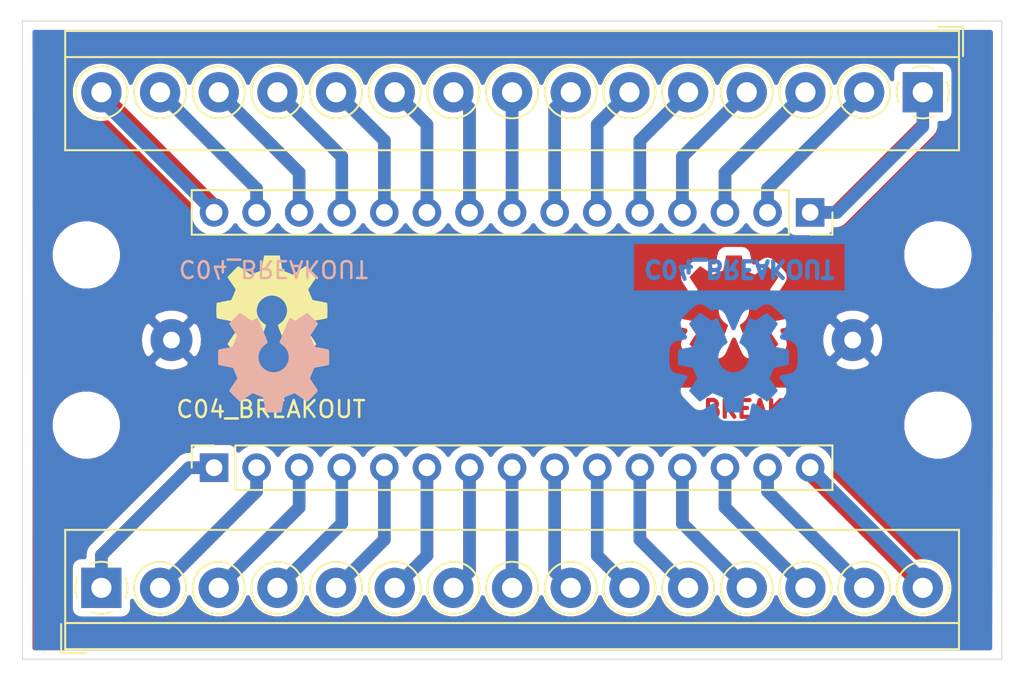
<source format=kicad_pcb>
(kicad_pcb (version 20171130) (host pcbnew 5.1.5-52549c5~86~ubuntu18.04.1)
  (title_block (title "C04 Breakout") (company Galopago))
  (layers (0 F.Cu signal) (31 B.Cu signal) (34 B.Paste user) (35 F.Paste user) (36 B.SilkS user) (37 F.SilkS user) (38 B.Mask user) (39 F.Mask user) (44 Edge.Cuts user))
  (net 0 "")
  (net 1 "Net-(J0-Pad1)")
  (net 2 "Net-(J4-Pad15)")
  (net 3 "Net-(J4-Pad14)")
  (net 4 "Net-(J4-Pad13)")
  (net 5 "Net-(J4-Pad12)")
  (net 6 "Net-(J4-Pad11)")
  (net 7 "Net-(J4-Pad10)")
  (net 8 "Net-(J4-Pad9)")
  (net 9 "Net-(J4-Pad8)")
  (net 10 "Net-(J4-Pad7)")
  (net 11 "Net-(J4-Pad6)")
  (net 12 "Net-(J4-Pad5)")
  (net 13 "Net-(J4-Pad4)")
  (net 14 "Net-(J4-Pad3)")
  (net 15 "Net-(J4-Pad2)")
  (net 16 "Net-(J4-Pad1)")
  (net 17 "Net-(J6-Pad15)")
  (net 18 "Net-(J6-Pad14)")
  (net 19 "Net-(J6-Pad13)")
  (net 20 "Net-(J6-Pad12)")
  (net 21 "Net-(J6-Pad11)")
  (net 22 "Net-(J6-Pad10)")
  (net 23 "Net-(J6-Pad9)")
  (net 24 "Net-(J6-Pad8)")
  (net 25 "Net-(J6-Pad7)")
  (net 26 "Net-(J6-Pad6)")
  (net 27 "Net-(J6-Pad5)")
  (net 28 "Net-(J6-Pad4)")
  (net 29 "Net-(J6-Pad3)")
  (net 30 "Net-(J6-Pad2)")
  (net 31 "Net-(J6-Pad1)")
  (module Symbol:OSHW-Symbol_6.7x6mm_Copper (layer F.Cu) (at 62.4332 36.9824)
    (fp_text reference REF** hide)
    (fp_text value OSHW-Symbol_6.7x6mm_Copper hide)
    (fp_poly (pts (xy 0.555814 -2.531069) (xy 0.639635 -2.086445) (xy 0.94892 -1.958947) (xy 1.258206 -1.831449) (xy 1.629246 -2.083754) (xy 1.733157 -2.154004) (xy 1.827087 -2.216728) (xy 1.906652 -2.269062) (xy 1.96747 -2.308143) (xy 2.005157 -2.331107) (xy 2.015421 -2.336058) (xy 2.03391 -2.323324) (xy 2.07342 -2.288118) (xy 2.129522 -2.234938) (xy 2.197787 -2.168282) (xy 2.273786 -2.092646) (xy 2.353092 -2.012528) (xy 2.431275 -1.932426) (xy 2.503907 -1.856836) (xy 2.566559 -1.790255) (xy 2.614803 -1.737182) (xy 2.64421 -1.702113) (xy 2.651241 -1.690377) (xy 2.641123 -1.66874) (xy 2.612759 -1.621338) (xy 2.569129 -1.552807) (xy 2.513218 -1.467785) (xy 2.448006 -1.370907) (xy 2.410219 -1.31565) (xy 2.341343 -1.214752) (xy 2.28014 -1.123701) (xy 2.229578 -1.04703) (xy 2.192628 -0.989272) (xy 2.172258 -0.954957) (xy 2.169197 -0.947746) (xy 2.176136 -0.927252) (xy 2.195051 -0.879487) (xy 2.223087 -0.811168) (xy 2.257391 -0.729011) (xy 2.295109 -0.63973) (xy 2.333387 -0.550042) (xy 2.36937 -0.466662) (xy 2.400206 -0.396306) (xy 2.423039 -0.34569) (xy 2.435017 -0.321529) (xy 2.435724 -0.320578) (xy 2.454531 -0.315964) (xy 2.504618 -0.305672) (xy 2.580793 -0.290713) (xy 2.677865 -0.272099) (xy 2.790643 -0.250841) (xy 2.856442 -0.238582) (xy 2.97695 -0.215638) (xy 3.085797 -0.193805) (xy 3.177476 -0.174278) (xy 3.246481 -0.158252) (xy 3.287304 -0.146921) (xy 3.295511 -0.143326) (xy 3.303548 -0.118994) (xy 3.310033 -0.064041) (xy 3.31497 0.015108) (xy 3.318364 0.112026) (xy 3.320218 0.220287) (xy 3.320538 0.333465) (xy 3.319327 0.445135) (xy 3.31659 0.548868) (xy 3.312331 0.638241) (xy 3.306555 0.706826) (xy 3.299267 0.748197) (xy 3.294895 0.75681) (xy 3.268764 0.767133) (xy 3.213393 0.781892) (xy 3.136107 0.799352) (xy 3.04423 0.81778) (xy 3.012158 0.823741) (xy 2.857524 0.852066) (xy 2.735375 0.874876) (xy 2.641673 0.89308) (xy 2.572384 0.907583) (xy 2.523471 0.919292) (xy 2.490897 0.929115) (xy 2.470628 0.937956) (xy 2.458626 0.946724) (xy 2.456947 0.948457) (xy 2.440184 0.976371) (xy 2.414614 1.030695) (xy 2.382788 1.104777) (xy 2.34726 1.191965) (xy 2.310583 1.285608) (xy 2.275311 1.379052) (xy 2.243996 1.465647) (xy 2.219193 1.53874) (xy 2.203454 1.591678) (xy 2.199332 1.617811) (xy 2.199676 1.618726) (xy 2.213641 1.640086) (xy 2.245322 1.687084) (xy 2.291391 1.754827) (xy 2.348518 1.838423) (xy 2.413373 1.932982) (xy 2.431843 1.959854) (xy 2.497699 2.057275) (xy 2.55565 2.146163) (xy 2.602538 2.221412) (xy 2.635207 2.27792) (xy 2.6505 2.310581) (xy 2.651241 2.314593) (xy 2.638392 2.335684) (xy 2.602888 2.377464) (xy 2.549293 2.435445) (xy 2.482171 2.505135) (xy 2.406087 2.582045) (xy 2.325604 2.661683) (xy 2.245287 2.739561) (xy 2.169699 2.811186) (xy 2.103405 2.87207) (xy 2.050969 2.917721) (xy 2.016955 2.94365) (xy 2.007545 2.947883) (xy 1.985643 2.937912) (xy 1.9408 2.91102) (xy 1.880321 2.871736) (xy 1.833789 2.840117) (xy 1.749475 2.782098) (xy 1.649626 2.713784) (xy 1.549473 2.645579) (xy 1.495627 2.609075) (xy 1.313371 2.4858) (xy 1.160381 2.56852) (xy 1.090682 2.604759) (xy 1.031414 2.632926) (xy 0.991311 2.648991) (xy 0.981103 2.651226) (xy 0.968829 2.634722) (xy 0.944613 2.588082) (xy 0.910263 2.515609) (xy 0.867588 2.421606) (xy 0.818394 2.310374) (xy 0.76449 2.186215) (xy 0.707684 2.053432) (xy 0.649782 1.916327) (xy 0.592593 1.779202) (xy 0.537924 1.646358) (xy 0.487584 1.522098) (xy 0.44338 1.410725) (xy 0.407119 1.316539) (xy 0.380609 1.243844) (xy 0.365658 1.196941) (xy 0.363254 1.180833) (xy 0.382311 1.160286) (xy 0.424036 1.126933) (xy 0.479706 1.087702) (xy 0.484378 1.084599) (xy 0.628264 0.969423) (xy 0.744283 0.835053) (xy 0.83143 0.685784) (xy 0.888699 0.525913) (xy 0.915086 0.359737) (xy 0.909585 0.191552) (xy 0.87119 0.025655) (xy 0.798895 -0.133658) (xy 0.777626 -0.168513) (xy 0.666996 -0.309263) (xy 0.536302 -0.422286) (xy 0.390064 -0.506997) (xy 0.232808 -0.562806) (xy 0.069057 -0.589126) (xy -0.096667 -0.58537) (xy -0.259838 -0.55095) (xy -0.415935 -0.485277) (xy -0.560433 -0.387765) (xy -0.605131 -0.348187) (xy -0.718888 -0.224297) (xy -0.801782 -0.093876) (xy -0.858644 0.052315) (xy -0.890313 0.197088) (xy -0.898131 0.35986) (xy -0.872062 0.52344) (xy -0.814755 0.682298) (xy -0.728856 0.830906) (xy -0.617014 0.963735) (xy -0.481877 1.075256) (xy -0.464117 1.087011) (xy -0.40785 1.125508) (xy -0.365077 1.158863) (xy -0.344628 1.18016) (xy -0.344331 1.180833) (xy -0.348721 1.203871) (xy -0.366124 1.256157) (xy -0.394732 1.33339) (xy -0.432735 1.431268) (xy -0.478326 1.545491) (xy -0.529697 1.671758) (xy -0.585038 1.805767) (xy -0.642542 1.943218) (xy -0.700399 2.079808) (xy -0.756802 2.211237) (xy -0.809942 2.333205) (xy -0.85801 2.441409) (xy -0.899199 2.531549) (xy -0.931699 2.599323) (xy -0.953703 2.64043) (xy -0.962564 2.651226) (xy -0.98964 2.642819) (xy -1.040303 2.620272) (xy -1.105817 2.587613) (xy -1.141841 2.56852) (xy -1.294832 2.4858) (xy -1.477088 2.609075) (xy -1.570125 2.672228) (xy -1.671985 2.741727) (xy -1.767438 2.807165) (xy -1.81525 2.840117) (xy -1.882495 2.885273) (xy -1.939436 2.921057) (xy -1.978646 2.942938) (xy -1.991381 2.947563) (xy -2.009917 2.935085) (xy -2.050941 2.900252) (xy -2.110475 2.846678) (xy -2.184542 2.777983) (xy -2.269165 2.697781) (xy -2.322685 2.646286) (xy -2.416319 2.554286) (xy -2.497241 2.471999) (xy -2.562177 2.402945) (xy -2.607858 2.350644) (xy -2.631011 2.318616) (xy -2.633232 2.312116) (xy -2.622924 2.287394) (xy -2.594439 2.237405) (xy -2.550937 2.167212) (xy -2.495577 2.081875) (xy -2.43152 1.986456) (xy -2.413303 1.959854) (xy -2.346927 1.863167) (xy -2.287378 1.776117) (xy -2.237984 1.703595) (xy -2.202075 1.650493) (xy -2.182981 1.621703) (xy -2.181136 1.618726) (xy -2.183895 1.595782) (xy -2.198538 1.545336) (xy -2.222513 1.474041) (xy -2.253266 1.388547) (xy -2.288244 1.295507) (xy -2.324893 1.201574) (xy -2.360661 1.113399) (xy -2.392994 1.037634) (xy -2.419338 0.980931) (xy -2.437142 0.949943) (xy -2.438407 0.948457) (xy -2.449294 0.939601) (xy -2.467682 0.930843) (xy -2.497606 0.921277) (xy -2.543103 0.909996) (xy -2.608209 0.896093) (xy -2.696961 0.878663) (xy -2.813393 0.856798) (xy -2.961542 0.829591) (xy -2.993618 0.823741) (xy -3.088686 0.805374) (xy -3.171565 0.787405) (xy -3.23493 0.771569) (xy -3.271458 0.7596) (xy -3.276356 0.75681) (xy -3.284427 0.732072) (xy -3.290987 0.67679) (xy -3.296033 0.597389) (xy -3.299559 0.500296) (xy -3.301561 0.391938) (xy -3.302036 0.27874) (xy -3.300977 0.167128) (xy -3.298382 0.063529) (xy -3.294246 -0.025632) (xy -3.288563 -0.093928) (xy -3.281331 -0.134934) (xy -3.276971 -0.143326) (xy -3.252698 -0.151792) (xy -3.197426 -0.165565) (xy -3.116662 -0.18345) (xy -3.015912 -0.204252) (xy -2.900683 -0.226777) (xy -2.837902 -0.238582) (xy -2.718787 -0.260849) (xy -2.612565 -0.281021) (xy -2.524427 -0.298085) (xy -2.459566 -0.311031) (xy -2.423174 -0.318845) (xy -2.417184 -0.320578) (xy -2.407061 -0.34011) (xy -2.385662 -0.387157) (xy -2.355839 -0.454997) (xy -2.320445 -0.536909) (xy -2.282332 -0.626172) (xy -2.244353 -0.716065) (xy -2.20936 -0.799865) (xy -2.180206 -0.870853) (xy -2.159743 -0.922306) (xy -2.150823 -0.947503) (xy -2.150657 -0.948604) (xy -2.160769 -0.968481) (xy -2.189117 -1.014223) (xy -2.232723 -1.081283) (xy -2.288606 -1.165116) (xy -2.353787 -1.261174) (xy -2.391679 -1.31635) (xy -2.460725 -1.417519) (xy -2.52205 -1.50937) (xy -2.572663 -1.587256) (xy -2.609571 -1.646531) (xy -2.629782 -1.682549) (xy -2.632701 -1.690623) (xy -2.620153 -1.709416) (xy -2.585463 -1.749543) (xy -2.533063 -1.806507) (xy -2.467384 -1.875815) (xy -2.392856 -1.952969) (xy -2.313913 -2.033475) (xy -2.234983 -2.112837) (xy -2.1605 -2.18656) (xy -2.094894 -2.250148) (xy -2.042596 -2.299106) (xy -2.008039 -2.328939) (xy -1.996478 -2.336058) (xy -1.977654 -2.326047) (xy -1.932631 -2.297922) (xy -1.865787 -2.254546) (xy -1.781499 -2.198782) (xy -1.684144 -2.133494) (xy -1.610707 -2.083754) (xy -1.239667 -1.831449) (xy -0.621095 -2.086445) (xy -0.537275 -2.531069) (xy -0.453454 -2.975693) (xy 0.471994 -2.975693) (xy 0.555814 -2.531069)) (layer F.Cu) (width 0.01))
  )
  (module Symbol:OSHW-Symbol_6.7x6mm_Copper (layer B.Cu) (at 62.4078 40.386)
    (fp_text reference REF** hide)
    (fp_text value OSHW-Symbol_6.7x6mm_Copper hide)
    (fp_poly (pts (xy 0.555814 2.531069) (xy 0.639635 2.086445) (xy 0.94892 1.958947) (xy 1.258206 1.831449) (xy 1.629246 2.083754) (xy 1.733157 2.154004) (xy 1.827087 2.216728) (xy 1.906652 2.269062) (xy 1.96747 2.308143) (xy 2.005157 2.331107) (xy 2.015421 2.336058) (xy 2.03391 2.323324) (xy 2.07342 2.288118) (xy 2.129522 2.234938) (xy 2.197787 2.168282) (xy 2.273786 2.092646) (xy 2.353092 2.012528) (xy 2.431275 1.932426) (xy 2.503907 1.856836) (xy 2.566559 1.790255) (xy 2.614803 1.737182) (xy 2.64421 1.702113) (xy 2.651241 1.690377) (xy 2.641123 1.66874) (xy 2.612759 1.621338) (xy 2.569129 1.552807) (xy 2.513218 1.467785) (xy 2.448006 1.370907) (xy 2.410219 1.31565) (xy 2.341343 1.214752) (xy 2.28014 1.123701) (xy 2.229578 1.04703) (xy 2.192628 0.989272) (xy 2.172258 0.954957) (xy 2.169197 0.947746) (xy 2.176136 0.927252) (xy 2.195051 0.879487) (xy 2.223087 0.811168) (xy 2.257391 0.729011) (xy 2.295109 0.63973) (xy 2.333387 0.550042) (xy 2.36937 0.466662) (xy 2.400206 0.396306) (xy 2.423039 0.34569) (xy 2.435017 0.321529) (xy 2.435724 0.320578) (xy 2.454531 0.315964) (xy 2.504618 0.305672) (xy 2.580793 0.290713) (xy 2.677865 0.272099) (xy 2.790643 0.250841) (xy 2.856442 0.238582) (xy 2.97695 0.215638) (xy 3.085797 0.193805) (xy 3.177476 0.174278) (xy 3.246481 0.158252) (xy 3.287304 0.146921) (xy 3.295511 0.143326) (xy 3.303548 0.118994) (xy 3.310033 0.064041) (xy 3.31497 -0.015108) (xy 3.318364 -0.112026) (xy 3.320218 -0.220287) (xy 3.320538 -0.333465) (xy 3.319327 -0.445135) (xy 3.31659 -0.548868) (xy 3.312331 -0.638241) (xy 3.306555 -0.706826) (xy 3.299267 -0.748197) (xy 3.294895 -0.75681) (xy 3.268764 -0.767133) (xy 3.213393 -0.781892) (xy 3.136107 -0.799352) (xy 3.04423 -0.81778) (xy 3.012158 -0.823741) (xy 2.857524 -0.852066) (xy 2.735375 -0.874876) (xy 2.641673 -0.89308) (xy 2.572384 -0.907583) (xy 2.523471 -0.919292) (xy 2.490897 -0.929115) (xy 2.470628 -0.937956) (xy 2.458626 -0.946724) (xy 2.456947 -0.948457) (xy 2.440184 -0.976371) (xy 2.414614 -1.030695) (xy 2.382788 -1.104777) (xy 2.34726 -1.191965) (xy 2.310583 -1.285608) (xy 2.275311 -1.379052) (xy 2.243996 -1.465647) (xy 2.219193 -1.53874) (xy 2.203454 -1.591678) (xy 2.199332 -1.617811) (xy 2.199676 -1.618726) (xy 2.213641 -1.640086) (xy 2.245322 -1.687084) (xy 2.291391 -1.754827) (xy 2.348518 -1.838423) (xy 2.413373 -1.932982) (xy 2.431843 -1.959854) (xy 2.497699 -2.057275) (xy 2.55565 -2.146163) (xy 2.602538 -2.221412) (xy 2.635207 -2.27792) (xy 2.6505 -2.310581) (xy 2.651241 -2.314593) (xy 2.638392 -2.335684) (xy 2.602888 -2.377464) (xy 2.549293 -2.435445) (xy 2.482171 -2.505135) (xy 2.406087 -2.582045) (xy 2.325604 -2.661683) (xy 2.245287 -2.739561) (xy 2.169699 -2.811186) (xy 2.103405 -2.87207) (xy 2.050969 -2.917721) (xy 2.016955 -2.94365) (xy 2.007545 -2.947883) (xy 1.985643 -2.937912) (xy 1.9408 -2.91102) (xy 1.880321 -2.871736) (xy 1.833789 -2.840117) (xy 1.749475 -2.782098) (xy 1.649626 -2.713784) (xy 1.549473 -2.645579) (xy 1.495627 -2.609075) (xy 1.313371 -2.4858) (xy 1.160381 -2.56852) (xy 1.090682 -2.604759) (xy 1.031414 -2.632926) (xy 0.991311 -2.648991) (xy 0.981103 -2.651226) (xy 0.968829 -2.634722) (xy 0.944613 -2.588082) (xy 0.910263 -2.515609) (xy 0.867588 -2.421606) (xy 0.818394 -2.310374) (xy 0.76449 -2.186215) (xy 0.707684 -2.053432) (xy 0.649782 -1.916327) (xy 0.592593 -1.779202) (xy 0.537924 -1.646358) (xy 0.487584 -1.522098) (xy 0.44338 -1.410725) (xy 0.407119 -1.316539) (xy 0.380609 -1.243844) (xy 0.365658 -1.196941) (xy 0.363254 -1.180833) (xy 0.382311 -1.160286) (xy 0.424036 -1.126933) (xy 0.479706 -1.087702) (xy 0.484378 -1.084599) (xy 0.628264 -0.969423) (xy 0.744283 -0.835053) (xy 0.83143 -0.685784) (xy 0.888699 -0.525913) (xy 0.915086 -0.359737) (xy 0.909585 -0.191552) (xy 0.87119 -0.025655) (xy 0.798895 0.133658) (xy 0.777626 0.168513) (xy 0.666996 0.309263) (xy 0.536302 0.422286) (xy 0.390064 0.506997) (xy 0.232808 0.562806) (xy 0.069057 0.589126) (xy -0.096667 0.58537) (xy -0.259838 0.55095) (xy -0.415935 0.485277) (xy -0.560433 0.387765) (xy -0.605131 0.348187) (xy -0.718888 0.224297) (xy -0.801782 0.093876) (xy -0.858644 -0.052315) (xy -0.890313 -0.197088) (xy -0.898131 -0.35986) (xy -0.872062 -0.52344) (xy -0.814755 -0.682298) (xy -0.728856 -0.830906) (xy -0.617014 -0.963735) (xy -0.481877 -1.075256) (xy -0.464117 -1.087011) (xy -0.40785 -1.125508) (xy -0.365077 -1.158863) (xy -0.344628 -1.18016) (xy -0.344331 -1.180833) (xy -0.348721 -1.203871) (xy -0.366124 -1.256157) (xy -0.394732 -1.33339) (xy -0.432735 -1.431268) (xy -0.478326 -1.545491) (xy -0.529697 -1.671758) (xy -0.585038 -1.805767) (xy -0.642542 -1.943218) (xy -0.700399 -2.079808) (xy -0.756802 -2.211237) (xy -0.809942 -2.333205) (xy -0.85801 -2.441409) (xy -0.899199 -2.531549) (xy -0.931699 -2.599323) (xy -0.953703 -2.64043) (xy -0.962564 -2.651226) (xy -0.98964 -2.642819) (xy -1.040303 -2.620272) (xy -1.105817 -2.587613) (xy -1.141841 -2.56852) (xy -1.294832 -2.4858) (xy -1.477088 -2.609075) (xy -1.570125 -2.672228) (xy -1.671985 -2.741727) (xy -1.767438 -2.807165) (xy -1.81525 -2.840117) (xy -1.882495 -2.885273) (xy -1.939436 -2.921057) (xy -1.978646 -2.942938) (xy -1.991381 -2.947563) (xy -2.009917 -2.935085) (xy -2.050941 -2.900252) (xy -2.110475 -2.846678) (xy -2.184542 -2.777983) (xy -2.269165 -2.697781) (xy -2.322685 -2.646286) (xy -2.416319 -2.554286) (xy -2.497241 -2.471999) (xy -2.562177 -2.402945) (xy -2.607858 -2.350644) (xy -2.631011 -2.318616) (xy -2.633232 -2.312116) (xy -2.622924 -2.287394) (xy -2.594439 -2.237405) (xy -2.550937 -2.167212) (xy -2.495577 -2.081875) (xy -2.43152 -1.986456) (xy -2.413303 -1.959854) (xy -2.346927 -1.863167) (xy -2.287378 -1.776117) (xy -2.237984 -1.703595) (xy -2.202075 -1.650493) (xy -2.182981 -1.621703) (xy -2.181136 -1.618726) (xy -2.183895 -1.595782) (xy -2.198538 -1.545336) (xy -2.222513 -1.474041) (xy -2.253266 -1.388547) (xy -2.288244 -1.295507) (xy -2.324893 -1.201574) (xy -2.360661 -1.113399) (xy -2.392994 -1.037634) (xy -2.419338 -0.980931) (xy -2.437142 -0.949943) (xy -2.438407 -0.948457) (xy -2.449294 -0.939601) (xy -2.467682 -0.930843) (xy -2.497606 -0.921277) (xy -2.543103 -0.909996) (xy -2.608209 -0.896093) (xy -2.696961 -0.878663) (xy -2.813393 -0.856798) (xy -2.961542 -0.829591) (xy -2.993618 -0.823741) (xy -3.088686 -0.805374) (xy -3.171565 -0.787405) (xy -3.23493 -0.771569) (xy -3.271458 -0.7596) (xy -3.276356 -0.75681) (xy -3.284427 -0.732072) (xy -3.290987 -0.67679) (xy -3.296033 -0.597389) (xy -3.299559 -0.500296) (xy -3.301561 -0.391938) (xy -3.302036 -0.27874) (xy -3.300977 -0.167128) (xy -3.298382 -0.063529) (xy -3.294246 0.025632) (xy -3.288563 0.093928) (xy -3.281331 0.134934) (xy -3.276971 0.143326) (xy -3.252698 0.151792) (xy -3.197426 0.165565) (xy -3.116662 0.18345) (xy -3.015912 0.204252) (xy -2.900683 0.226777) (xy -2.837902 0.238582) (xy -2.718787 0.260849) (xy -2.612565 0.281021) (xy -2.524427 0.298085) (xy -2.459566 0.311031) (xy -2.423174 0.318845) (xy -2.417184 0.320578) (xy -2.407061 0.34011) (xy -2.385662 0.387157) (xy -2.355839 0.454997) (xy -2.320445 0.536909) (xy -2.282332 0.626172) (xy -2.244353 0.716065) (xy -2.20936 0.799865) (xy -2.180206 0.870853) (xy -2.159743 0.922306) (xy -2.150823 0.947503) (xy -2.150657 0.948604) (xy -2.160769 0.968481) (xy -2.189117 1.014223) (xy -2.232723 1.081283) (xy -2.288606 1.165116) (xy -2.353787 1.261174) (xy -2.391679 1.31635) (xy -2.460725 1.417519) (xy -2.52205 1.50937) (xy -2.572663 1.587256) (xy -2.609571 1.646531) (xy -2.629782 1.682549) (xy -2.632701 1.690623) (xy -2.620153 1.709416) (xy -2.585463 1.749543) (xy -2.533063 1.806507) (xy -2.467384 1.875815) (xy -2.392856 1.952969) (xy -2.313913 2.033475) (xy -2.234983 2.112837) (xy -2.1605 2.18656) (xy -2.094894 2.250148) (xy -2.042596 2.299106) (xy -2.008039 2.328939) (xy -1.996478 2.336058) (xy -1.977654 2.326047) (xy -1.932631 2.297922) (xy -1.865787 2.254546) (xy -1.781499 2.198782) (xy -1.684144 2.133494) (xy -1.610707 2.083754) (xy -1.239667 1.831449) (xy -0.621095 2.086445) (xy -0.537275 2.531069) (xy -0.453454 2.975693) (xy 0.471994 2.975693) (xy 0.555814 2.531069)) (layer B.Cu) (width 0.01))
  )
  (module Symbol:OSHW-Symbol_6.7x6mm_SilkScreen (layer B.Cu) (at 34.9758 40.386)
    (fp_text reference REF** hide)
    (fp_text value OSHW-Symbol_6.7x6mm_SilkScreen hide)
  )
  (module Symbol:OSHW-Symbol_6.7x6mm_SilkScreen (layer F.Cu) (at 34.8742 36.9824)
    (fp_text reference REF** hide)
    (fp_text value OSHW-Symbol_6.7x6mm_SilkScreen hide)
  )
  (module TerminalBlock_4Ucon:TerminalBlock_4Ucon_1x15_P3.50mm_Horizontal (layer F.Cu) (at 24.71 53.843)
    (fp_text reference J7 hide)
    (fp_text value Conn_01x15_Female)
    (pad 15 thru_hole circle (at 49 0) (size 2.4 2.4) (drill 1.2) (layers *.Cu *.Mask) (net 17 "Net-(J6-Pad15)"))
    (pad 14 thru_hole circle (at 45.5 0) (size 2.4 2.4) (drill 1.2) (layers *.Cu *.Mask) (net 18 "Net-(J6-Pad14)"))
    (pad 13 thru_hole circle (at 42 0) (size 2.4 2.4) (drill 1.2) (layers *.Cu *.Mask) (net 19 "Net-(J6-Pad13)"))
    (pad 12 thru_hole circle (at 38.5 0) (size 2.4 2.4) (drill 1.2) (layers *.Cu *.Mask) (net 20 "Net-(J6-Pad12)"))
    (pad 11 thru_hole circle (at 35 0) (size 2.4 2.4) (drill 1.2) (layers *.Cu *.Mask) (net 21 "Net-(J6-Pad11)"))
    (pad 10 thru_hole circle (at 31.5 0) (size 2.4 2.4) (drill 1.2) (layers *.Cu *.Mask) (net 22 "Net-(J6-Pad10)"))
    (pad 9 thru_hole circle (at 28 0) (size 2.4 2.4) (drill 1.2) (layers *.Cu *.Mask) (net 23 "Net-(J6-Pad9)"))
    (pad 8 thru_hole circle (at 24.5 0) (size 2.4 2.4) (drill 1.2) (layers *.Cu *.Mask) (net 24 "Net-(J6-Pad8)"))
    (pad 7 thru_hole circle (at 21 0) (size 2.4 2.4) (drill 1.2) (layers *.Cu *.Mask) (net 25 "Net-(J6-Pad7)"))
    (pad 6 thru_hole circle (at 17.5 0) (size 2.4 2.4) (drill 1.2) (layers *.Cu *.Mask) (net 26 "Net-(J6-Pad6)"))
    (pad 5 thru_hole circle (at 14 0) (size 2.4 2.4) (drill 1.2) (layers *.Cu *.Mask) (net 27 "Net-(J6-Pad5)"))
    (pad 4 thru_hole circle (at 10.5 0) (size 2.4 2.4) (drill 1.2) (layers *.Cu *.Mask) (net 28 "Net-(J6-Pad4)"))
    (pad 3 thru_hole circle (at 7 0) (size 2.4 2.4) (drill 1.2) (layers *.Cu *.Mask) (net 29 "Net-(J6-Pad3)"))
    (pad 2 thru_hole circle (at 3.5 0) (size 2.4 2.4) (drill 1.2) (layers *.Cu *.Mask) (net 30 "Net-(J6-Pad2)"))
    (pad 1 thru_hole rect (at 0 0) (size 2.4 2.4) (drill 1.2) (layers *.Cu *.Mask) (net 31 "Net-(J6-Pad1)"))
  )
  (module Connector_PinSocket_2.54mm:PinSocket_1x15_P2.54mm_Vertical (layer F.Cu) (at 31.43 46.67 90)
    (fp_text reference J6 hide)
    (fp_text value Conn_01x15_Female)
    (pad 15 thru_hole oval (at 0 35.56 90) (size 1.7 1.7) (drill 1) (layers *.Cu *.Mask) (net 17 "Net-(J6-Pad15)"))
    (pad 14 thru_hole oval (at 0 33.02 90) (size 1.7 1.7) (drill 1) (layers *.Cu *.Mask) (net 18 "Net-(J6-Pad14)"))
    (pad 13 thru_hole oval (at 0 30.48 90) (size 1.7 1.7) (drill 1) (layers *.Cu *.Mask) (net 19 "Net-(J6-Pad13)"))
    (pad 12 thru_hole oval (at 0 27.94 90) (size 1.7 1.7) (drill 1) (layers *.Cu *.Mask) (net 20 "Net-(J6-Pad12)"))
    (pad 11 thru_hole oval (at 0 25.4 90) (size 1.7 1.7) (drill 1) (layers *.Cu *.Mask) (net 21 "Net-(J6-Pad11)"))
    (pad 10 thru_hole oval (at 0 22.86 90) (size 1.7 1.7) (drill 1) (layers *.Cu *.Mask) (net 22 "Net-(J6-Pad10)"))
    (pad 9 thru_hole oval (at 0 20.32 90) (size 1.7 1.7) (drill 1) (layers *.Cu *.Mask) (net 23 "Net-(J6-Pad9)"))
    (pad 8 thru_hole oval (at 0 17.78 90) (size 1.7 1.7) (drill 1) (layers *.Cu *.Mask) (net 24 "Net-(J6-Pad8)"))
    (pad 7 thru_hole oval (at 0 15.24 90) (size 1.7 1.7) (drill 1) (layers *.Cu *.Mask) (net 25 "Net-(J6-Pad7)"))
    (pad 6 thru_hole oval (at 0 12.7 90) (size 1.7 1.7) (drill 1) (layers *.Cu *.Mask) (net 26 "Net-(J6-Pad6)"))
    (pad 5 thru_hole oval (at 0 10.16 90) (size 1.7 1.7) (drill 1) (layers *.Cu *.Mask) (net 27 "Net-(J6-Pad5)"))
    (pad 4 thru_hole oval (at 0 7.62 90) (size 1.7 1.7) (drill 1) (layers *.Cu *.Mask) (net 28 "Net-(J6-Pad4)"))
    (pad 3 thru_hole oval (at 0 5.08 90) (size 1.7 1.7) (drill 1) (layers *.Cu *.Mask) (net 29 "Net-(J6-Pad3)"))
    (pad 2 thru_hole oval (at 0 2.54 90) (size 1.7 1.7) (drill 1) (layers *.Cu *.Mask) (net 30 "Net-(J6-Pad2)"))
    (pad 1 thru_hole rect (at 0 0 90) (size 1.7 1.7) (drill 1) (layers *.Cu *.Mask) (net 31 "Net-(J6-Pad1)"))
  )
  (module Connector_PinSocket_2.54mm:PinSocket_1x15_P2.54mm_Vertical (layer F.Cu) (at 66.99 31.43 270)
    (fp_text reference J5 hide)
    (fp_text value Conn_01x15_Female)
    (pad 15 thru_hole oval (at 0 35.56 270) (size 1.7 1.7) (drill 1) (layers *.Cu *.Mask) (net 2 "Net-(J4-Pad15)"))
    (pad 14 thru_hole oval (at 0 33.02 270) (size 1.7 1.7) (drill 1) (layers *.Cu *.Mask) (net 3 "Net-(J4-Pad14)"))
    (pad 13 thru_hole oval (at 0 30.48 270) (size 1.7 1.7) (drill 1) (layers *.Cu *.Mask) (net 4 "Net-(J4-Pad13)"))
    (pad 12 thru_hole oval (at 0 27.94 270) (size 1.7 1.7) (drill 1) (layers *.Cu *.Mask) (net 5 "Net-(J4-Pad12)"))
    (pad 11 thru_hole oval (at 0 25.4 270) (size 1.7 1.7) (drill 1) (layers *.Cu *.Mask) (net 6 "Net-(J4-Pad11)"))
    (pad 10 thru_hole oval (at 0 22.86 270) (size 1.7 1.7) (drill 1) (layers *.Cu *.Mask) (net 7 "Net-(J4-Pad10)"))
    (pad 9 thru_hole oval (at 0 20.32 270) (size 1.7 1.7) (drill 1) (layers *.Cu *.Mask) (net 8 "Net-(J4-Pad9)"))
    (pad 8 thru_hole oval (at 0 17.78 270) (size 1.7 1.7) (drill 1) (layers *.Cu *.Mask) (net 9 "Net-(J4-Pad8)"))
    (pad 7 thru_hole oval (at 0 15.24 270) (size 1.7 1.7) (drill 1) (layers *.Cu *.Mask) (net 10 "Net-(J4-Pad7)"))
    (pad 6 thru_hole oval (at 0 12.7 270) (size 1.7 1.7) (drill 1) (layers *.Cu *.Mask) (net 11 "Net-(J4-Pad6)"))
    (pad 5 thru_hole oval (at 0 10.16 270) (size 1.7 1.7) (drill 1) (layers *.Cu *.Mask) (net 12 "Net-(J4-Pad5)"))
    (pad 4 thru_hole oval (at 0 7.62 270) (size 1.7 1.7) (drill 1) (layers *.Cu *.Mask) (net 13 "Net-(J4-Pad4)"))
    (pad 3 thru_hole oval (at 0 5.08 270) (size 1.7 1.7) (drill 1) (layers *.Cu *.Mask) (net 14 "Net-(J4-Pad3)"))
    (pad 2 thru_hole oval (at 0 2.54 270) (size 1.7 1.7) (drill 1) (layers *.Cu *.Mask) (net 15 "Net-(J4-Pad2)"))
    (pad 1 thru_hole rect (at 0 0 270) (size 1.7 1.7) (drill 1) (layers *.Cu *.Mask) (net 16 "Net-(J4-Pad1)"))
  )
  (module TerminalBlock_4Ucon:TerminalBlock_4Ucon_1x15_P3.50mm_Horizontal (layer F.Cu) (at 73.71 24.257 180)
    (fp_text reference J4 hide)
    (fp_text value Conn_01x15_Female)
    (pad 15 thru_hole circle (at 49 0 180) (size 2.4 2.4) (drill 1.2) (layers *.Cu *.Mask) (net 2 "Net-(J4-Pad15)"))
    (pad 14 thru_hole circle (at 45.5 0 180) (size 2.4 2.4) (drill 1.2) (layers *.Cu *.Mask) (net 3 "Net-(J4-Pad14)"))
    (pad 13 thru_hole circle (at 42 0 180) (size 2.4 2.4) (drill 1.2) (layers *.Cu *.Mask) (net 4 "Net-(J4-Pad13)"))
    (pad 12 thru_hole circle (at 38.5 0 180) (size 2.4 2.4) (drill 1.2) (layers *.Cu *.Mask) (net 5 "Net-(J4-Pad12)"))
    (pad 11 thru_hole circle (at 35 0 180) (size 2.4 2.4) (drill 1.2) (layers *.Cu *.Mask) (net 6 "Net-(J4-Pad11)"))
    (pad 10 thru_hole circle (at 31.5 0 180) (size 2.4 2.4) (drill 1.2) (layers *.Cu *.Mask) (net 7 "Net-(J4-Pad10)"))
    (pad 9 thru_hole circle (at 28 0 180) (size 2.4 2.4) (drill 1.2) (layers *.Cu *.Mask) (net 8 "Net-(J4-Pad9)"))
    (pad 8 thru_hole circle (at 24.5 0 180) (size 2.4 2.4) (drill 1.2) (layers *.Cu *.Mask) (net 9 "Net-(J4-Pad8)"))
    (pad 7 thru_hole circle (at 21 0 180) (size 2.4 2.4) (drill 1.2) (layers *.Cu *.Mask) (net 10 "Net-(J4-Pad7)"))
    (pad 6 thru_hole circle (at 17.5 0 180) (size 2.4 2.4) (drill 1.2) (layers *.Cu *.Mask) (net 11 "Net-(J4-Pad6)"))
    (pad 5 thru_hole circle (at 14 0 180) (size 2.4 2.4) (drill 1.2) (layers *.Cu *.Mask) (net 12 "Net-(J4-Pad5)"))
    (pad 4 thru_hole circle (at 10.5 0 180) (size 2.4 2.4) (drill 1.2) (layers *.Cu *.Mask) (net 13 "Net-(J4-Pad4)"))
    (pad 3 thru_hole circle (at 7 0 180) (size 2.4 2.4) (drill 1.2) (layers *.Cu *.Mask) (net 14 "Net-(J4-Pad3)"))
    (pad 2 thru_hole circle (at 3.5 0 180) (size 2.4 2.4) (drill 1.2) (layers *.Cu *.Mask) (net 15 "Net-(J4-Pad2)"))
    (pad 1 thru_hole rect (at 0 0 180) (size 2.4 2.4) (drill 1.2) (layers *.Cu *.Mask) (net 16 "Net-(J4-Pad1)"))
  )
  (module Connector_Wire:SolderWirePad_1x01_Drill1mm (layer F.Cu) (at 69.53 39.05)
    (fp_text reference J1 hide)
    (fp_text value Conn_01x01_Male)
    (pad 1 thru_hole circle (at 0 0) (size 2.49936 2.49936) (drill 1.00076) (layers *.Cu *.Mask) (net 1 "Net-(J0-Pad1)"))
  )
  (module Connector_Wire:SolderWirePad_1x01_Drill1mm (layer F.Cu) (at 28.89 39.05)
    (fp_text reference J0 hide)
    (fp_text value Conn_01x01_Male)
    (pad 1 thru_hole circle (at 0 0) (size 2.49936 2.49936) (drill 1.00076) (layers *.Cu *.Mask) (net 1 "Net-(J0-Pad1)"))
  )
  (module MountingHole:MountingHole_3mm (layer F.Cu) (at 74.61 44.13)
    (fp_text reference HC5 hide)
    (fp_text value MountingHole)
    (pad 1 np_thru_hole circle (at 0 0) (size 3 3) (drill 3) (layers *.Cu *.Mask))
  )
  (module MountingHole:MountingHole_3mm (layer F.Cu) (at 23.81 44.13)
    (fp_text reference HC0 hide)
    (fp_text value MountingHole)
    (pad 1 np_thru_hole circle (at 0 0) (size 3 3) (drill 3) (layers *.Cu *.Mask))
  )
  (module MountingHole:MountingHole_3mm (layer F.Cu) (at 74.61 33.97)
    (fp_text reference HB5 hide)
    (fp_text value MountingHole)
    (pad 1 np_thru_hole circle (at 0 0) (size 3 3) (drill 3) (layers *.Cu *.Mask))
  )
  (module MountingHole:MountingHole_3mm (layer F.Cu) (at 23.81 33.97)
    (fp_text reference HB0 hide)
    (fp_text value MountingHole)
    (pad 1 np_thru_hole circle (at 0 0) (size 3 3) (drill 3) (layers *.Cu *.Mask))
  )
  (gr_text C04_BREAKOUT (at 62.7634 34.798 180) (layer B.Cu) (effects (font (size 1 1) (thickness 0.25)) (justify mirror)))
  (gr_text C04_BREAKOUT (at 62.6364 43.18) (layer F.Cu) (effects (font (size 1 1) (thickness 0.25))))
  (gr_text C04_BREAKOUT (at 34.8234 43.18) (layer F.SilkS) (effects (font (size 1 1))))
  (gr_text C04_BREAKOUT (at 34.9758 34.798 180) (layer B.SilkS) (effects (font (size 1 1)) (justify mirror)))
  (gr_line (start 78.42 20) (end 78.42 58.1) (layer Edge.Cuts) (width 0.05))
  (gr_line (start 20 58.1) (end 78.42 58.1) (layer Edge.Cuts) (width 0.05))
  (gr_line (start 20 20) (end 78.42 20) (layer Edge.Cuts) (width 0.05))
  (gr_line (start 20 20) (end 20 58.1) (layer Edge.Cuts) (width 0.05))
  (segment (start 31.43 30.977) (end 31.43 31.43) (width 0.75) (layer F.Cu) (net 2))
  (segment (start 24.71 24.257) (end 31.43 30.977) (width 0.75) (layer F.Cu) (net 2))
  (segment (start 24.71 24.71) (end 24.71 24.257) (width 0.75) (layer B.Cu) (net 2))
  (segment (start 31.43 31.43) (end 24.71 24.71) (width 0.75) (layer B.Cu) (net 2))
  (segment (start 33.97 30.017) (end 33.97 31.43) (width 0.75) (layer F.Cu) (net 3))
  (segment (start 28.21 24.257) (end 33.97 30.017) (width 0.75) (layer F.Cu) (net 3))
  (segment (start 33.97 30.017) (end 28.21 24.257) (width 0.75) (layer B.Cu) (net 3))
  (segment (start 33.97 31.43) (end 33.97 30.017) (width 0.75) (layer B.Cu) (net 3))
  (segment (start 36.51 29.057) (end 36.51 31.43) (width 0.75) (layer F.Cu) (net 4))
  (segment (start 31.71 24.257) (end 36.51 29.057) (width 0.75) (layer F.Cu) (net 4))
  (segment (start 36.51 29.057) (end 36.51 31.43) (width 0.75) (layer B.Cu) (net 4))
  (segment (start 31.71 24.257) (end 36.51 29.057) (width 0.75) (layer B.Cu) (net 4))
  (segment (start 39.05 28.097) (end 39.05 31.43) (width 0.75) (layer F.Cu) (net 5))
  (segment (start 35.21 24.257) (end 39.05 28.097) (width 0.75) (layer F.Cu) (net 5))
  (segment (start 39.05 28.097) (end 35.21 24.257) (width 0.75) (layer B.Cu) (net 5))
  (segment (start 39.05 31.43) (end 39.05 28.097) (width 0.75) (layer B.Cu) (net 5))
  (segment (start 41.59 27.137) (end 41.59 31.43) (width 0.75) (layer F.Cu) (net 6))
  (segment (start 38.71 24.257) (end 41.59 27.137) (width 0.75) (layer F.Cu) (net 6))
  (segment (start 41.59 27.137) (end 38.71 24.257) (width 0.75) (layer B.Cu) (net 6))
  (segment (start 41.59 31.43) (end 41.59 27.137) (width 0.75) (layer B.Cu) (net 6))
  (segment (start 44.13 26.177) (end 44.13 31.43) (width 0.75) (layer F.Cu) (net 7))
  (segment (start 42.21 24.257) (end 44.13 26.177) (width 0.75) (layer F.Cu) (net 7))
  (segment (start 44.13 26.177) (end 42.21 24.257) (width 0.75) (layer B.Cu) (net 7))
  (segment (start 44.13 31.43) (end 44.13 26.177) (width 0.75) (layer B.Cu) (net 7))
  (segment (start 46.67 25.217) (end 45.71 24.257) (width 0.75) (layer F.Cu) (net 8))
  (segment (start 46.67 31.43) (end 46.67 25.217) (width 0.75) (layer F.Cu) (net 8))
  (segment (start 46.67 25.217) (end 45.71 24.257) (width 0.75) (layer B.Cu) (net 8))
  (segment (start 46.67 31.43) (end 46.67 25.217) (width 0.75) (layer B.Cu) (net 8))
  (segment (start 49.21 31.43) (end 49.21 24.257) (width 0.75) (layer F.Cu) (net 9))
  (segment (start 49.21 31.43) (end 49.21 24.257) (width 0.75) (layer B.Cu) (net 9))
  (segment (start 51.75 25.217) (end 52.71 24.257) (width 0.75) (layer F.Cu) (net 10))
  (segment (start 51.75 31.43) (end 51.75 25.217) (width 0.75) (layer F.Cu) (net 10))
  (segment (start 51.75 25.217) (end 52.71 24.257) (width 0.75) (layer B.Cu) (net 10))
  (segment (start 51.75 31.43) (end 51.75 25.217) (width 0.75) (layer B.Cu) (net 10))
  (segment (start 54.29 26.177) (end 56.21 24.257) (width 0.75) (layer F.Cu) (net 11))
  (segment (start 54.29 31.43) (end 54.29 26.177) (width 0.75) (layer F.Cu) (net 11))
  (segment (start 54.29 26.177) (end 56.21 24.257) (width 0.75) (layer B.Cu) (net 11))
  (segment (start 54.29 31.43) (end 54.29 26.177) (width 0.75) (layer B.Cu) (net 11))
  (segment (start 56.83 27.137) (end 59.71 24.257) (width 0.75) (layer F.Cu) (net 12))
  (segment (start 56.83 31.43) (end 56.83 27.137) (width 0.75) (layer F.Cu) (net 12))
  (segment (start 56.83 27.137) (end 59.71 24.257) (width 0.75) (layer B.Cu) (net 12))
  (segment (start 56.83 31.43) (end 56.83 27.137) (width 0.75) (layer B.Cu) (net 12))
  (segment (start 59.37 28.097) (end 63.21 24.257) (width 0.75) (layer F.Cu) (net 13))
  (segment (start 59.37 31.43) (end 59.37 28.097) (width 0.75) (layer F.Cu) (net 13))
  (segment (start 59.37 28.097) (end 63.21 24.257) (width 0.75) (layer B.Cu) (net 13))
  (segment (start 59.37 31.43) (end 59.37 28.097) (width 0.75) (layer B.Cu) (net 13))
  (segment (start 61.91 29.057) (end 66.71 24.257) (width 0.75) (layer F.Cu) (net 14))
  (segment (start 61.91 31.43) (end 61.91 29.057) (width 0.75) (layer F.Cu) (net 14))
  (segment (start 61.91 29.057) (end 66.71 24.257) (width 0.75) (layer B.Cu) (net 14))
  (segment (start 61.91 31.43) (end 61.91 29.057) (width 0.75) (layer B.Cu) (net 14))
  (segment (start 64.45 30.017) (end 70.21 24.257) (width 0.75) (layer F.Cu) (net 15))
  (segment (start 64.45 31.43) (end 64.45 30.017) (width 0.75) (layer F.Cu) (net 15))
  (segment (start 64.45 30.017) (end 70.21 24.257) (width 0.75) (layer B.Cu) (net 15))
  (segment (start 64.45 31.43) (end 64.45 30.017) (width 0.75) (layer B.Cu) (net 15))
  (segment (start 68.487 31.43) (end 66.99 31.43) (width 0.75) (layer F.Cu) (net 16))
  (segment (start 73.71 24.257) (end 73.71 26.207) (width 0.75) (layer F.Cu) (net 16))
  (segment (start 73.71 26.207) (end 68.487 31.43) (width 0.75) (layer F.Cu) (net 16))
  (segment (start 73.71 26.207) (end 73.71 24.257) (width 0.75) (layer B.Cu) (net 16))
  (segment (start 66.99 31.43) (end 68.59 31.43) (width 0.75) (layer B.Cu) (net 16))
  (segment (start 73.71 26.31) (end 73.71 26.207) (width 0.75) (layer B.Cu) (net 16))
  (segment (start 68.59 31.43) (end 73.71 26.31) (width 0.75) (layer B.Cu) (net 16))
  (segment (start 66.99 47.123) (end 66.99 46.67) (width 0.75) (layer F.Cu) (net 17))
  (segment (start 73.71 53.843) (end 66.99 47.123) (width 0.75) (layer F.Cu) (net 17))
  (segment (start 73.71 53.39) (end 73.71 53.843) (width 0.75) (layer B.Cu) (net 17))
  (segment (start 66.99 46.67) (end 73.71 53.39) (width 0.75) (layer B.Cu) (net 17))
  (segment (start 64.45 48.083) (end 64.45 46.67) (width 0.75) (layer F.Cu) (net 18))
  (segment (start 70.21 53.843) (end 64.45 48.083) (width 0.75) (layer F.Cu) (net 18))
  (segment (start 64.45 48.083) (end 70.21 53.843) (width 0.75) (layer B.Cu) (net 18))
  (segment (start 64.45 46.67) (end 64.45 48.083) (width 0.75) (layer B.Cu) (net 18))
  (segment (start 61.91 49.043) (end 61.91 46.67) (width 0.75) (layer F.Cu) (net 19))
  (segment (start 66.71 53.843) (end 61.91 49.043) (width 0.75) (layer F.Cu) (net 19))
  (segment (start 61.91 49.043) (end 66.71 53.843) (width 0.75) (layer B.Cu) (net 19))
  (segment (start 61.91 46.67) (end 61.91 49.043) (width 0.75) (layer B.Cu) (net 19))
  (segment (start 59.37 50.003) (end 63.21 53.843) (width 0.75) (layer F.Cu) (net 20))
  (segment (start 59.37 46.67) (end 59.37 50.003) (width 0.75) (layer F.Cu) (net 20))
  (segment (start 59.37 50.003) (end 63.21 53.843) (width 0.75) (layer B.Cu) (net 20))
  (segment (start 59.37 46.67) (end 59.37 50.003) (width 0.75) (layer B.Cu) (net 20))
  (segment (start 56.83 50.963) (end 59.71 53.843) (width 0.75) (layer F.Cu) (net 21))
  (segment (start 56.83 46.67) (end 56.83 50.963) (width 0.75) (layer F.Cu) (net 21))
  (segment (start 56.83 50.963) (end 59.71 53.843) (width 0.75) (layer B.Cu) (net 21))
  (segment (start 56.83 46.67) (end 56.83 50.963) (width 0.75) (layer B.Cu) (net 21))
  (segment (start 54.29 51.923) (end 56.21 53.843) (width 0.75) (layer F.Cu) (net 22))
  (segment (start 54.29 46.67) (end 54.29 51.923) (width 0.75) (layer F.Cu) (net 22))
  (segment (start 54.29 51.923) (end 56.21 53.843) (width 0.75) (layer B.Cu) (net 22))
  (segment (start 54.29 46.67) (end 54.29 51.923) (width 0.75) (layer B.Cu) (net 22))
  (segment (start 51.75 52.883) (end 52.71 53.843) (width 0.75) (layer F.Cu) (net 23))
  (segment (start 51.75 46.67) (end 51.75 52.883) (width 0.75) (layer F.Cu) (net 23))
  (segment (start 51.75 52.883) (end 52.71 53.843) (width 0.75) (layer B.Cu) (net 23))
  (segment (start 51.75 46.67) (end 51.75 52.883) (width 0.75) (layer B.Cu) (net 23))
  (segment (start 49.21 46.67) (end 49.21 53.843) (width 0.75) (layer F.Cu) (net 24))
  (segment (start 49.21 46.67) (end 49.21 53.843) (width 0.75) (layer B.Cu) (net 24))
  (segment (start 46.67 52.883) (end 45.71 53.843) (width 0.75) (layer F.Cu) (net 25))
  (segment (start 46.67 46.67) (end 46.67 52.883) (width 0.75) (layer F.Cu) (net 25))
  (segment (start 46.67 52.883) (end 45.71 53.843) (width 0.75) (layer B.Cu) (net 25))
  (segment (start 46.67 46.67) (end 46.67 52.883) (width 0.75) (layer B.Cu) (net 25))
  (segment (start 44.13 51.923) (end 42.21 53.843) (width 0.75) (layer F.Cu) (net 26))
  (segment (start 44.13 46.67) (end 44.13 51.923) (width 0.75) (layer F.Cu) (net 26))
  (segment (start 44.13 51.923) (end 42.21 53.843) (width 0.75) (layer B.Cu) (net 26))
  (segment (start 44.13 46.67) (end 44.13 51.923) (width 0.75) (layer B.Cu) (net 26))
  (segment (start 41.59 50.963) (end 38.71 53.843) (width 0.75) (layer F.Cu) (net 27))
  (segment (start 41.59 46.67) (end 41.59 50.963) (width 0.75) (layer F.Cu) (net 27))
  (segment (start 41.59 50.963) (end 38.71 53.843) (width 0.75) (layer B.Cu) (net 27))
  (segment (start 41.59 46.67) (end 41.59 50.963) (width 0.75) (layer B.Cu) (net 27))
  (segment (start 39.05 50.003) (end 39.05 46.67) (width 0.75) (layer F.Cu) (net 28))
  (segment (start 35.21 53.843) (end 39.05 50.003) (width 0.75) (layer F.Cu) (net 28))
  (segment (start 39.05 50.003) (end 35.21 53.843) (width 0.75) (layer B.Cu) (net 28))
  (segment (start 39.05 46.67) (end 39.05 50.003) (width 0.75) (layer B.Cu) (net 28))
  (segment (start 36.51 49.043) (end 31.71 53.843) (width 0.75) (layer F.Cu) (net 29))
  (segment (start 36.51 46.67) (end 36.51 49.043) (width 0.75) (layer F.Cu) (net 29))
  (segment (start 36.51 49.043) (end 31.71 53.843) (width 0.75) (layer B.Cu) (net 29))
  (segment (start 36.51 46.67) (end 36.51 49.043) (width 0.75) (layer B.Cu) (net 29))
  (segment (start 33.97 48.083) (end 33.97 46.67) (width 0.75) (layer F.Cu) (net 30))
  (segment (start 28.21 53.843) (end 33.97 48.083) (width 0.75) (layer F.Cu) (net 30))
  (segment (start 33.97 48.083) (end 33.97 46.67) (width 0.75) (layer B.Cu) (net 30))
  (segment (start 28.21 53.843) (end 33.97 48.083) (width 0.75) (layer B.Cu) (net 30))
  (segment (start 29.933 46.67) (end 31.43 46.67) (width 0.75) (layer F.Cu) (net 31))
  (segment (start 24.71 53.843) (end 24.71 51.893) (width 0.75) (layer F.Cu) (net 31))
  (segment (start 24.71 51.893) (end 29.933 46.67) (width 0.75) (layer F.Cu) (net 31))
  (segment (start 24.71 53.843) (end 24.71 51.893) (width 0.75) (layer B.Cu) (net 31))
  (segment (start 29.933 46.67) (end 31.43 46.67) (width 0.75) (layer B.Cu) (net 31))
  (segment (start 24.71 51.893) (end 29.933 46.67) (width 0.75) (layer B.Cu) (net 31))
  (zone (net 1) (net_name "Net-(J0-Pad1)") (layer F.Cu) (connect_pads (clearance 0.508)) (min_thickness 0.254) (fill yes (arc_segments 32) (thermal_gap 0.508) (thermal_bridge_width 0.508))
    (polygon (pts (xy 77.9272 20.574) (xy 77.8256 57.6326) (xy 20.5994 57.6326) (xy 20.6248 20.5486)))
  )
  (zone (net 1) (net_name "Net-(J0-Pad1)") (layer B.Cu) (connect_pads (clearance 0.508)) (min_thickness 0.254) (fill yes (arc_segments 32) (thermal_gap 0.508) (thermal_bridge_width 0.508))
    (polygon (pts (xy 77.851 57.6326) (xy 20.6502 57.6326) (xy 20.5994 20.5232) (xy 77.9526 20.5232)))
  )
)
</source>
